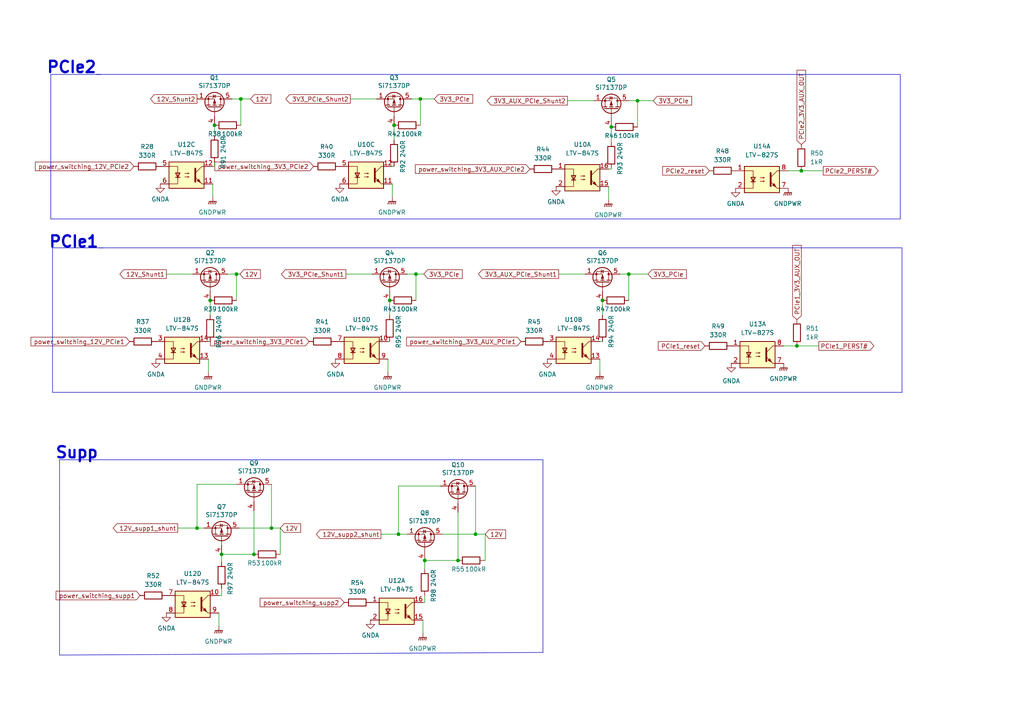
<source format=kicad_sch>
(kicad_sch (version 20230121) (generator eeschema)
  (paper "A4")
  (title_block (title "Power Switching Circuit"))
  (lib_symbols
    (symbol "Device:R" (pin_numbers hide) (pin_names (offset 0))
      (property "Reference" "R" (at 2.032 0 90))
      (property "Value" "R" (at 0 0 90))
      (symbol "R_0_1"
        (rectangle (start -1.016 -2.54) (end 1.016 2.54) (stroke (width 0.254)))
      )
      (symbol "R_1_1"
        (pin passive line (at 0 3.81 270) (length 1.27) (name "~") (number "1"))
        (pin passive line (at 0 -3.81 90) (length 1.27) (name "~") (number "2"))
      )
    )
    (symbol "Isolator:LTV-827S" (pin_names (offset 1.016))
      (property "Reference" "U" (at -3.81 5.08 0))
      (property "Value" "LTV-827S" (at 0 -5.08 0))
      (symbol "LTV-827S_0_1"
        (rectangle (start -5.08 3.81) (end 5.08 -3.81) (stroke (width 0.254)) (fill (type background)))
        (polyline (pts (xy -3.175 -0.635) (xy -1.905 -0.635)) (stroke (width 0.254)))
        (polyline (pts (xy 2.54 0.635) (xy 4.445 2.54)))
        (polyline (pts (xy 4.445 -2.54) (xy 2.54 -0.635)) (fill (type outline)))
        (polyline (pts (xy 4.445 -2.54) (xy 5.08 -2.54)))
        (polyline (pts (xy 4.445 2.54) (xy 5.08 2.54)))
        (polyline (pts (xy -2.54 -0.635) (xy -2.54 -2.54) (xy -5.08 -2.54)))
        (polyline (pts (xy 2.54 1.905) (xy 2.54 -1.905) (xy 2.54 -1.905)) (stroke (width 0.508)))
        (polyline (pts (xy -5.08 2.54) (xy -2.54 2.54) (xy -2.54 -1.27) (xy -2.54 0.635)))
        (polyline (pts (xy -2.54 -0.635) (xy -3.175 0.635) (xy -1.905 0.635) (xy -2.54 -0.635)) (stroke (width 0.254)))
        (polyline (pts (xy -0.508 -0.508) (xy 0.762 -0.508) (xy 0.381 -0.635) (xy 0.381 -0.381) (xy 0.762 -0.508)))
        (polyline (pts (xy -0.508 0.508) (xy 0.762 0.508) (xy 0.381 0.381) (xy 0.381 0.635) (xy 0.762 0.508)))
        (polyline (pts (xy 3.048 -1.651) (xy 3.556 -1.143) (xy 4.064 -2.159) (xy 3.048 -1.651) (xy 3.048 -1.651)) (fill (type outline)))
      )
      (symbol "LTV-827S_1_1"
        (pin passive line (at -7.62 2.54 0) (length 2.54) (name "~") (number "1"))
        (pin passive line (at -7.62 -2.54 0) (length 2.54) (name "~") (number "2"))
        (pin passive line (at 7.62 -2.54 180) (length 2.54) (name "~") (number "7"))
        (pin passive line (at 7.62 2.54 180) (length 2.54) (name "~") (number "8"))
      )
      (symbol "LTV-827S_2_1"
        (pin passive line (at -7.62 2.54 0) (length 2.54) (name "~") (number "3"))
        (pin passive line (at -7.62 -2.54 0) (length 2.54) (name "~") (number "4"))
        (pin passive line (at 7.62 -2.54 180) (length 2.54) (name "~") (number "5"))
        (pin passive line (at 7.62 2.54 180) (length 2.54) (name "~") (number "6"))
      )
    )
    (symbol "Isolator:LTV-847S" (pin_names (offset 1.016))
      (property "Reference" "U" (at -3.81 5.08 0))
      (property "Value" "LTV-847S" (at 0 -5.08 0))
      (symbol "LTV-847S_0_1"
        (rectangle (start -5.08 3.81) (end 5.08 -3.81) (stroke (width 0.254)) (fill (type background)))
        (polyline (pts (xy -3.175 -0.635) (xy -1.905 -0.635)) (stroke (width 0.254)))
        (polyline (pts (xy 2.54 0.635) (xy 4.445 2.54)))
        (polyline (pts (xy 4.445 -2.54) (xy 2.54 -0.635)) (fill (type outline)))
        (polyline (pts (xy 4.445 -2.54) (xy 5.08 -2.54)))
        (polyline (pts (xy 4.445 2.54) (xy 5.08 2.54)))
        (polyline (pts (xy -2.54 -0.635) (xy -2.54 -2.54) (xy -5.08 -2.54)))
        (polyline (pts (xy 2.54 1.905) (xy 2.54 -1.905) (xy 2.54 -1.905)) (stroke (width 0.508)))
        (polyline (pts (xy -5.08 2.54) (xy -2.54 2.54) (xy -2.54 -1.27) (xy -2.54 0.635)))
        (polyline (pts (xy -2.54 -0.635) (xy -3.175 0.635) (xy -1.905 0.635) (xy -2.54 -0.635)) (stroke (width 0.254)))
        (polyline (pts (xy -0.508 -0.508) (xy 0.762 -0.508) (xy 0.381 -0.635) (xy 0.381 -0.381) (xy 0.762 -0.508)))
        (polyline (pts (xy -0.508 0.508) (xy 0.762 0.508) (xy 0.381 0.381) (xy 0.381 0.635) (xy 0.762 0.508)))
        (polyline (pts (xy 3.048 -1.651) (xy 3.556 -1.143) (xy 4.064 -2.159) (xy 3.048 -1.651) (xy 3.048 -1.651)) (fill (type outline)))
      )
      (symbol "LTV-847S_1_1"
        (pin passive line (at -7.62 2.54 0) (length 2.54) (name "~") (number "1"))
        (pin passive line (at 7.62 -2.54 180) (length 2.54) (name "~") (number "15"))
        (pin passive line (at 7.62 2.54 180) (length 2.54) (name "~") (number "16"))
        (pin passive line (at -7.62 -2.54 0) (length 2.54) (name "~") (number "2"))
      )
      (symbol "LTV-847S_2_1"
        (pin passive line (at 7.62 -2.54 180) (length 2.54) (name "~") (number "13"))
        (pin passive line (at 7.62 2.54 180) (length 2.54) (name "~") (number "14"))
        (pin passive line (at -7.62 2.54 0) (length 2.54) (name "~") (number "3"))
        (pin passive line (at -7.62 -2.54 0) (length 2.54) (name "~") (number "4"))
      )
      (symbol "LTV-847S_3_1"
        (pin passive line (at 7.62 -2.54 180) (length 2.54) (name "~") (number "11"))
        (pin passive line (at 7.62 2.54 180) (length 2.54) (name "~") (number "12"))
        (pin passive line (at -7.62 2.54 0) (length 2.54) (name "~") (number "5"))
        (pin passive line (at -7.62 -2.54 0) (length 2.54) (name "~") (number "6"))
      )
      (symbol "LTV-847S_4_1"
        (pin passive line (at 7.62 2.54 180) (length 2.54) (name "~") (number "10"))
        (pin passive line (at -7.62 2.54 0) (length 2.54) (name "~") (number "7"))
        (pin passive line (at -7.62 -2.54 0) (length 2.54) (name "~") (number "8"))
        (pin passive line (at 7.62 -2.54 180) (length 2.54) (name "~") (number "9"))
      )
    )
    (symbol "Transistor_FET:Si7141DP" (pin_names hide)
      (property "Reference" "Q" (at 5.08 1.905 0))
      (property "Value" "Si7141DP" (at 5.08 0 0))
      (symbol "Si7141DP_0_1"
        (polyline (pts (xy 0.254 0) (xy -2.54 0)))
        (polyline (pts (xy 0.254 1.905) (xy 0.254 -1.905)) (stroke (width 0.254)))
        (polyline (pts (xy 0.762 -1.27) (xy 0.762 -2.286)) (stroke (width 0.254)))
        (polyline (pts (xy 0.762 0.508) (xy 0.762 -0.508)) (stroke (width 0.254)))
        (polyline (pts (xy 0.762 2.286) (xy 0.762 1.27)) (stroke (width 0.254)))
        (polyline (pts (xy 2.54 2.54) (xy 2.54 1.778)))
        (polyline (pts (xy 2.54 -2.54) (xy 2.54 0) (xy 0.762 0)))
        (polyline (pts (xy 0.762 1.778) (xy 3.302 1.778) (xy 3.302 -1.778) (xy 0.762 -1.778)))
        (polyline (pts (xy 2.286 0) (xy 1.27 0.381) (xy 1.27 -0.381) (xy 2.286 0)) (fill (type outline)))
        (polyline (pts (xy 2.794 -0.508) (xy 2.921 -0.381) (xy 3.683 -0.381) (xy 3.81 -0.254)))
        (polyline (pts (xy 3.302 -0.381) (xy 2.921 0.254) (xy 3.683 0.254) (xy 3.302 -0.381)))
        (circle (center 1.651 0) (radius 2.794) (stroke (width 0.254)))
        (circle (center 2.54 -1.778) (radius 0.254) (fill (type outline)))
        (circle (center 2.54 1.778) (radius 0.254) (fill (type outline)))
      )
      (symbol "Si7141DP_1_1"
        (pin passive line (at 2.54 -5.08 90) (length 2.54) (name "S") (number "1"))
        (pin passive line (at 2.54 -5.08 90) (length 2.54) hide (name "S") (number "2"))
        (pin passive line (at 2.54 -5.08 90) (length 2.54) hide (name "S") (number "3"))
        (pin input line (at -5.08 0 0) (length 2.54) (name "G") (number "4"))
        (pin passive line (at 2.54 5.08 270) (length 2.54) (name "D") (number "5"))
      )
    )
    (symbol "power:GNDA" (power) (pin_names (offset 0))
      (property "Value" "GNDA" (at 0 -3.81 0))
      (symbol "GNDA_0_1"
        (polyline (pts (xy 0 0) (xy 0 -1.27) (xy 1.27 -1.27) (xy 0 -2.54) (xy -1.27 -1.27) (xy 0 -1.27)))
      )
      (symbol "GNDA_1_1"
        (pin power_in line (at 0 0 270) (length 0) hide (name "GNDA") (number "1"))
      )
    )
    (symbol "power:GNDPWR" (power) (pin_names (offset 0))
      (property "Value" "GNDPWR" (at 0 -3.302 0))
      (symbol "GNDPWR_0_1"
        (polyline (pts (xy 0 -1.27) (xy 0 0)))
        (polyline (pts (xy -1.016 -1.27) (xy -1.27 -2.032) (xy -1.27 -2.032)) (stroke (width 0.2032)))
        (polyline (pts (xy -0.508 -1.27) (xy -0.762 -2.032) (xy -0.762 -2.032)) (stroke (width 0.2032)))
        (polyline (pts (xy 0 -1.27) (xy -0.254 -2.032) (xy -0.254 -2.032)) (stroke (width 0.2032)))
        (polyline (pts (xy 0.508 -1.27) (xy 0.254 -2.032) (xy 0.254 -2.032)) (stroke (width 0.2032)))
        (polyline (pts (xy 1.016 -1.27) (xy -1.016 -1.27) (xy -1.016 -1.27)) (stroke (width 0.2032)))
        (polyline (pts (xy 1.016 -1.27) (xy 0.762 -2.032) (xy 0.762 -2.032) (xy 0.762 -2.032)) (stroke (width 0.2032)))
      )
      (symbol "GNDPWR_1_1"
        (pin power_in line (at 0 0 270) (length 0) hide (name "GNDPWR") (number "1"))
      )
    )
  )
  (junction (at 132.842 162.56))
  (junction (at 177.292 36.83))
  (junction (at 231.14 100.33))
  (junction (at 121.92 28.702))
  (junction (at 62.23 36.322))
  (junction (at 137.922 154.94))
  (junction (at 174.752 87.122))
  (junction (at 120.65 79.502))
  (junction (at 78.74 153.162))
  (junction (at 232.41 49.53))
  (junction (at 73.66 160.782))
  (junction (at 113.03 87.122))
  (junction (at 68.58 79.502))
  (junction (at 184.912 29.21))
  (junction (at 69.85 28.702))
  (junction (at 114.3 36.322))
  (junction (at 182.372 79.502))
  (junction (at 60.96 87.122))
  (junction (at 64.262 160.782))
  (junction (at 57.15 153.162))
  (junction (at 115.57 154.94))
  (junction (at 123.19 162.56))
  (wire (pts (xy 48.26 79.502) (xy 55.88 79.502)))
  (wire (pts (xy 177.292 49.022) (xy 176.53 49.022)))
  (polyline (pts (xy 17.272 189.992) (xy 17.272 147.32)))
  (polyline (pts (xy 14.732 21.59) (xy 29.21 21.59)))
  (wire (pts (xy 162.052 79.502) (xy 169.672 79.502)))
  (wire (pts (xy 182.372 87.122) (xy 182.372 79.502)))
  (polyline (pts (xy 261.112 21.59) (xy 261.112 63.5)))
  (polyline (pts (xy 17.272 147.32) (xy 17.272 133.35)))
  (wire (pts (xy 62.23 36.322) (xy 62.23 39.37)))
  (wire (pts (xy 51.562 153.162) (xy 57.15 153.162)))
  (wire (pts (xy 100.33 79.502) (xy 107.95 79.502)))
  (wire (pts (xy 115.57 154.94) (xy 118.11 154.94)))
  (wire (pts (xy 69.85 28.702) (xy 72.644 28.702)))
  (wire (pts (xy 62.23 46.99) (xy 62.23 48.26)))
  (wire (pts (xy 57.15 153.162) (xy 59.182 153.162)))
  (wire (pts (xy 112.522 99.06) (xy 113.03 99.06)))
  (wire (pts (xy 123.19 162.56) (xy 132.842 162.56)))
  (wire (pts (xy 78.74 153.162) (xy 81.28 153.162)))
  (wire (pts (xy 66.04 79.502) (xy 68.58 79.502)))
  (wire (pts (xy 132.842 148.59) (xy 132.842 162.56)))
  (wire (pts (xy 81.28 160.782) (xy 81.28 153.162)))
  (wire (pts (xy 57.15 153.162) (xy 57.15 140.462)))
  (wire (pts (xy 68.58 87.122) (xy 68.58 79.502)))
  (wire (pts (xy 123.19 172.72) (xy 123.19 174.752)))
  (wire (pts (xy 112.522 104.14) (xy 112.522 107.95)))
  (wire (pts (xy 67.31 28.702) (xy 69.85 28.702)))
  (wire (pts (xy 122.682 179.832) (xy 122.682 183.642)))
  (wire (pts (xy 121.92 28.702) (xy 125.984 28.702)))
  (wire (pts (xy 232.41 49.53) (xy 238.76 49.53)))
  (polyline (pts (xy 157.48 133.35) (xy 157.48 189.23)))
  (wire (pts (xy 60.96 87.122) (xy 60.96 91.44)))
  (wire (pts (xy 137.922 154.94) (xy 140.716 154.94)))
  (wire (pts (xy 173.99 104.14) (xy 173.99 107.95)))
  (wire (pts (xy 64.262 170.6459) (xy 64.262 172.72)))
  (wire (pts (xy 177.292 48.8267) (xy 177.292 49.022)))
  (wire (pts (xy 182.372 79.502) (xy 187.96 79.502)))
  (polyline (pts (xy 157.48 189.23) (xy 17.272 189.992)))
  (wire (pts (xy 110.49 154.94) (xy 115.57 154.94)))
  (wire (pts (xy 115.57 154.94) (xy 115.57 140.97)))
  (wire (pts (xy 57.15 140.462) (xy 68.58 140.462)))
  (wire (pts (xy 231.14 100.33) (xy 237.49 100.33)))
  (wire (pts (xy 60.452 104.14) (xy 60.452 107.95)))
  (polyline (pts (xy 261.112 63.5) (xy 14.732 63.5)))
  (wire (pts (xy 137.922 154.94) (xy 137.922 140.97)))
  (wire (pts (xy 140.716 162.56) (xy 140.716 154.94)))
  (wire (pts (xy 78.74 140.462) (xy 78.74 153.162)))
  (wire (pts (xy 182.372 29.21) (xy 184.912 29.21)))
  (wire (pts (xy 115.57 140.97) (xy 127.762 140.97)))
  (wire (pts (xy 69.342 153.162) (xy 78.74 153.162)))
  (polyline (pts (xy 15.24 71.882) (xy 29.972 71.882)))
  (wire (pts (xy 114.3 36.322) (xy 114.3 40.64)))
  (polyline (pts (xy 14.732 63.5) (xy 14.732 21.59)))
  (polyline (pts (xy 261.62 113.792) (xy 15.24 113.792)))
  (wire (pts (xy 123.19 162.56) (xy 123.19 165.1)))
  (wire (pts (xy 120.65 79.502) (xy 122.936 79.502)))
  (wire (pts (xy 128.27 154.94) (xy 137.922 154.94)))
  (wire (pts (xy 121.92 36.322) (xy 121.92 28.702)))
  (wire (pts (xy 118.11 79.502) (xy 120.65 79.502)))
  (wire (pts (xy 64.262 160.782) (xy 64.262 163.0259)))
  (wire (pts (xy 62.23 48.26) (xy 61.722 48.26)))
  (wire (pts (xy 232.41 49.53) (xy 228.6 49.53)))
  (wire (pts (xy 174.752 99.0149) (xy 174.752 99.06)))
  (wire (pts (xy 63.5 177.8) (xy 63.5 181.61)))
  (wire (pts (xy 113.792 53.34) (xy 113.792 57.15)))
  (wire (pts (xy 140.462 162.56) (xy 140.716 162.56)))
  (wire (pts (xy 174.752 99.06) (xy 173.99 99.06)))
  (wire (pts (xy 176.53 54.102) (xy 176.53 57.912)))
  (wire (pts (xy 61.722 53.34) (xy 61.722 57.15)))
  (wire (pts (xy 177.292 36.83) (xy 177.292 41.2067)))
  (wire (pts (xy 184.912 36.83) (xy 184.912 29.21)))
  (wire (pts (xy 68.58 79.502) (xy 69.596 79.502)))
  (wire (pts (xy 113.03 87.122) (xy 113.03 91.44)))
  (polyline (pts (xy 28.702 71.882) (xy 261.62 71.882)))
  (polyline (pts (xy 27.94 21.59) (xy 261.112 21.59)))
  (wire (pts (xy 64.262 160.782) (xy 73.66 160.782)))
  (wire (pts (xy 119.38 28.702) (xy 121.92 28.702)))
  (wire (pts (xy 164.592 29.21) (xy 172.212 29.21)))
  (wire (pts (xy 73.66 148.082) (xy 73.66 160.782)))
  (wire (pts (xy 174.752 87.122) (xy 174.752 91.3949)))
  (polyline (pts (xy 19.812 133.35) (xy 157.48 133.35)))
  (wire (pts (xy 120.65 87.122) (xy 120.65 79.502)))
  (wire (pts (xy 64.262 172.72) (xy 63.5 172.72)))
  (wire (pts (xy 101.6 28.702) (xy 109.22 28.702)))
  (wire (pts (xy 231.14 100.33) (xy 227.33 100.33)))
  (wire (pts (xy 123.19 174.752) (xy 122.682 174.752)))
  (polyline (pts (xy 15.24 113.792) (xy 15.24 71.882)))
  (wire (pts (xy 69.85 28.702) (xy 69.85 36.322)))
  (wire (pts (xy 114.3 48.26) (xy 113.792 48.26)))
  (wire (pts (xy 60.96 99.06) (xy 60.452 99.06)))
  (wire (pts (xy 179.832 79.502) (xy 182.372 79.502)))
  (polyline (pts (xy 261.62 71.882) (xy 261.62 113.792)))
  (wire (pts (xy 184.912 29.21) (xy 189.484 29.21)))
  (polyline (pts (xy 17.272 133.35) (xy 19.812 133.35)))
  (text "PCIe1\n\n" (at 13.97 77.47 0) (effects (font (size 3.27 3.27) bold) (justify left bottom)))
  (text "PCIe2\n" (at 13.335 21.59 0) (effects (font (size 3.27 3.27) bold) (justify left bottom)))
  (text "Supp\n" (at 15.875 133.35 0) (effects (font (size 3.27 3.27) bold) (justify left bottom)))
  (global_label "PCIe2_3V3_AUX_OUT" (shape input) (at 232.41 41.91 90) (property "Intersheetrefs" "${INTERSHEET_REFS}" (effects hide)))
  (global_label "PCIe1_PERST#" (shape output) (at 237.49 100.33 0) (property "Intersheetrefs" "${INTERSHEET_REFS}" (effects hide)))
  (global_label "3V3_PCIe" (shape input) (at 122.936 79.502 0) (property "Intersheetrefs" "${INTERSHEET_REFS}" (effects hide)))
  (global_label "12V_supp2_shunt" (shape output) (at 110.49 154.94 180) (property "Intersheetrefs" "${INTERSHEET_REFS}" (effects hide)))
  (global_label "PCIe1_3V3_AUX_OUT" (shape input) (at 231.14 92.71 90) (property "Intersheetrefs" "${INTERSHEET_REFS}" (effects hide)))
  (global_label "power_switching_supp2" (shape input) (at 99.822 174.752 180) (property "Intersheetrefs" "${INTERSHEET_REFS}" (effects hide)))
  (global_label "power_switching_3V3_PCIe2" (shape input) (at 90.932 48.26 180) (property "Intersheetrefs" "${INTERSHEET_REFS}" (effects hide)))
  (global_label "PCIe2_reset" (shape input) (at 205.74 49.53 180) (property "Intersheetrefs" "${INTERSHEET_REFS}" (effects hide)))
  (global_label "power_switching_12V_PCIe1" (shape input) (at 37.592 99.06 180) (property "Intersheetrefs" "${INTERSHEET_REFS}" (effects hide)))
  (global_label "power_switching_12V_PCIe2" (shape input) (at 38.862 48.26 180) (property "Intersheetrefs" "${INTERSHEET_REFS}" (effects hide)))
  (global_label "power_switching_3V3_PCIe1" (shape input) (at 89.662 99.06 180) (property "Intersheetrefs" "${INTERSHEET_REFS}" (effects hide)))
  (global_label "power_switching_3V3_AUX_PCIe1" (shape input) (at 151.13 99.06 180) (property "Intersheetrefs" "${INTERSHEET_REFS}" (effects hide)))
  (global_label "12V" (shape input) (at 72.644 28.702 0) (property "Intersheetrefs" "${INTERSHEET_REFS}" (effects hide)))
  (global_label "12V_Shunt1" (shape output) (at 48.26 79.502 180) (property "Intersheetrefs" "${INTERSHEET_REFS}" (effects hide)))
  (global_label "3V3_PCIe_Shunt1" (shape output) (at 100.33 79.502 180) (property "Intersheetrefs" "${INTERSHEET_REFS}" (effects hide)))
  (global_label "power_switching_3V3_AUX_PCIe2" (shape input) (at 153.67 49.022 180) (property "Intersheetrefs" "${INTERSHEET_REFS}" (effects hide)))
  (global_label "12V" (shape input) (at 69.596 79.502 0) (property "Intersheetrefs" "${INTERSHEET_REFS}" (effects hide)))
  (global_label "PCIe1_reset" (shape input) (at 204.47 100.33 180) (property "Intersheetrefs" "${INTERSHEET_REFS}" (effects hide)))
  (global_label "3V3_PCIe" (shape input) (at 187.96 79.502 0) (property "Intersheetrefs" "${INTERSHEET_REFS}" (effects hide)))
  (global_label "12V" (shape input) (at 81.28 153.162 0) (property "Intersheetrefs" "${INTERSHEET_REFS}" (effects hide)))
  (global_label "3V3_PCIe_Shunt2" (shape output) (at 101.6 28.702 180) (property "Intersheetrefs" "${INTERSHEET_REFS}" (effects hide)))
  (global_label "PCIe2_PERST#" (shape output) (at 238.76 49.53 0) (property "Intersheetrefs" "${INTERSHEET_REFS}" (effects hide)))
  (global_label "3V3_AUX_PCIe_Shunt1" (shape output) (at 162.052 79.502 180) (property "Intersheetrefs" "${INTERSHEET_REFS}" (effects hide)))
  (global_label "3V3_AUX_PCIe_Shunt2" (shape output) (at 164.592 29.21 180) (property "Intersheetrefs" "${INTERSHEET_REFS}" (effects hide)))
  (global_label "3V3_PCIe" (shape input) (at 189.484 29.21 0) (property "Intersheetrefs" "${INTERSHEET_REFS}" (effects hide)))
  (global_label "12V_Shunt2" (shape output) (at 57.15 28.702 180) (property "Intersheetrefs" "${INTERSHEET_REFS}" (effects hide)))
  (global_label "12V" (shape input) (at 140.716 154.94 0) (property "Intersheetrefs" "${INTERSHEET_REFS}" (effects hide)))
  (global_label "power_switching_supp1" (shape input) (at 40.64 172.72 180) (property "Intersheetrefs" "${INTERSHEET_REFS}" (effects hide)))
  (global_label "12V_supp1_shunt" (shape output) (at 51.562 153.162 180) (property "Intersheetrefs" "${INTERSHEET_REFS}" (effects hide)))
  (global_label "3V3_PCIe" (shape input) (at 125.984 28.702 0) (property "Intersheetrefs" "${INTERSHEET_REFS}" (effects hide)))
  (symbol (lib_id "Isolator:LTV-847S") (at 52.832 101.6 0) (unit 2)
    (property "Reference" "U12" (at 52.832 92.71 0))
    (property "Value" "LTV-847S" (at 52.832 95.25 0))
    (property "Footprint" "Package_DIP:SMDIP-16_W9.53mm" (effects hide))
    (property "Datasheet" "http://www.us.liteon.com/downloads/LTV-817-827-847.PDF" (effects hide))
  )
  (symbol (lib_id "Transistor_FET:Si7141DP") (at 132.842 143.51 270) (mirror x) (unit 1)
    (property "Reference" "Q10" (at 132.842 134.8232 90))
    (property "Value" "Si7137DP" (at 132.842 137.1346 90))
    (property "Footprint" "Package_SO:PowerPAK_SO-8_Single" (effects hide))
    (property "Datasheet" "https://www.vishay.com/docs/65596/si7141dp.pdf" (effects hide))
  )
  (symbol (lib_id "Device:R") (at 178.562 87.122 270) (unit 1)
    (property "Reference" "R47" (at 174.752 89.662 90))
    (property "Value" "100kR" (at 179.832 89.662 90))
    (property "Footprint" "Resistor_SMD:R_0402_1005Metric" (effects hide))
  )
  (symbol (lib_id "Device:R") (at 77.47 160.782 270) (unit 1)
    (property "Reference" "R53" (at 73.66 163.322 90))
    (property "Value" "100kR" (at 78.74 163.322 90))
    (property "Footprint" "Resistor_SMD:R_0402_1005Metric" (effects hide))
  )
  (symbol (lib_id "Transistor_FET:Si7141DP") (at 73.66 143.002 270) (mirror x) (unit 1)
    (property "Reference" "Q9" (at 73.66 134.3152 90))
    (property "Value" "Si7137DP" (at 73.66 136.6266 90))
    (property "Footprint" "Package_SO:PowerPAK_SO-8_Single" (effects hide))
    (property "Datasheet" "https://www.vishay.com/docs/65596/si7141dp.pdf" (effects hide))
  )
  (symbol (lib_id "Device:R") (at 208.28 100.33 90) (unit 1)
    (property "Reference" "R49" (at 208.28 94.615 90))
    (property "Value" "330R" (at 208.28 97.155 90))
    (property "Footprint" "Resistor_SMD:R_0402_1005Metric" (effects hide))
  )
  (symbol (lib_id "power:GNDA") (at 45.212 104.14 0) (unit 1)
    (property "Reference" "#PWR0220" (effects hide))
    (property "Value" "GNDA" (at 45.212 108.585 0))
  )
  (symbol (lib_id "Isolator:LTV-847S") (at 54.102 50.8 0) (unit 3)
    (property "Reference" "U12" (at 54.102 41.91 0))
    (property "Value" "LTV-847S" (at 54.102 44.45 0))
    (property "Footprint" "Package_DIP:SMDIP-16_W9.53mm" (effects hide))
    (property "Datasheet" "http://www.us.liteon.com/downloads/LTV-817-827-847.PDF" (effects hide))
  )
  (symbol (lib_id "Transistor_FET:Si7141DP") (at 64.262 155.702 270) (mirror x) (unit 1)
    (property "Reference" "Q7" (at 64.262 147.0152 90))
    (property "Value" "Si7137DP" (at 64.262 149.3266 90))
    (property "Footprint" "Package_SO:PowerPAK_SO-8_Single" (effects hide))
    (property "Datasheet" "https://www.vishay.com/docs/65596/si7141dp.pdf" (effects hide))
  )
  (symbol (lib_id "power:GNDPWR") (at 227.33 105.41 0) (unit 1)
    (property "Reference" "#PWR0214" (effects hide))
    (property "Value" "GNDPWR" (at 227.203 109.855 0))
  )
  (symbol (lib_id "Device:R") (at 181.102 36.83 270) (unit 1)
    (property "Reference" "R46" (at 177.292 39.37 90))
    (property "Value" "100kR" (at 182.372 39.37 90))
    (property "Footprint" "Resistor_SMD:R_0402_1005Metric" (effects hide))
  )
  (symbol (lib_id "power:GNDPWR") (at 173.99 107.95 0) (unit 1)
    (property "Reference" "#PWR0210" (effects hide))
    (property "Value" "GNDPWR" (at 173.863 112.395 0))
  )
  (symbol (lib_id "power:GNDPWR") (at 112.522 107.95 0) (unit 1)
    (property "Reference" "#PWR0218" (effects hide))
    (property "Value" "GNDPWR" (at 112.395 112.395 0))
  )
  (symbol (lib_id "Device:R") (at 114.3 44.45 0) (unit 1)
    (property "Reference" "R92" (at 116.84 48.26 90))
    (property "Value" "240R" (at 116.84 43.18 90))
    (property "Footprint" "Resistor_SMD:R_0402_1005Metric" (effects hide))
  )
  (symbol (lib_id "Device:R") (at 231.14 96.52 0) (unit 1)
    (property "Reference" "R51" (at 233.68 95.2499 0) (effects (justify left)))
    (property "Value" "1kR" (at 233.68 97.7899 0) (effects (justify left)))
    (property "Footprint" "Resistor_SMD:R_0402_1005Metric" (effects hide))
  )
  (symbol (lib_id "Device:R") (at 44.45 172.72 90) (unit 1)
    (property "Reference" "R52" (at 44.45 167.005 90))
    (property "Value" "330R" (at 44.45 169.545 90))
    (property "Footprint" "Resistor_SMD:R_0402_1005Metric" (effects hide))
  )
  (symbol (lib_id "Isolator:LTV-847S") (at 166.37 101.6 0) (unit 2)
    (property "Reference" "U10" (at 166.37 92.71 0))
    (property "Value" "LTV-847S" (at 166.37 95.25 0))
    (property "Footprint" "Package_DIP:SMDIP-16_W9.53mm" (effects hide))
    (property "Datasheet" "http://www.us.liteon.com/downloads/LTV-817-827-847.PDF" (effects hide))
  )
  (symbol (lib_id "power:GNDA") (at 46.482 53.34 0) (unit 1)
    (property "Reference" "#PWR0222" (effects hide))
    (property "Value" "GNDA" (at 46.482 57.785 0))
  )
  (symbol (lib_id "power:GNDA") (at 98.552 53.34 0) (unit 1)
    (property "Reference" "#PWR0216" (effects hide))
    (property "Value" "GNDA" (at 98.552 57.785 0))
  )
  (symbol (lib_id "Device:R") (at 41.402 99.06 90) (unit 1)
    (property "Reference" "R37" (at 41.402 93.345 90))
    (property "Value" "330R" (at 41.402 95.885 90))
    (property "Footprint" "Resistor_SMD:R_0402_1005Metric" (effects hide))
  )
  (symbol (lib_id "Device:R") (at 93.472 99.06 90) (unit 1)
    (property "Reference" "R41" (at 93.472 93.345 90))
    (property "Value" "330R" (at 93.472 95.885 90))
    (property "Footprint" "Resistor_SMD:R_0402_1005Metric" (effects hide))
  )
  (symbol (lib_id "Transistor_FET:Si7141DP") (at 177.292 31.75 270) (mirror x) (unit 1)
    (property "Reference" "Q5" (at 177.292 23.0632 90))
    (property "Value" "Si7137DP" (at 177.292 25.3746 90))
    (property "Footprint" "Package_SO:PowerPAK_SO-8_Single" (effects hide))
    (property "Datasheet" "https://www.vishay.com/docs/65596/si7141dp.pdf" (effects hide))
  )
  (symbol (lib_id "Transistor_FET:Si7141DP") (at 174.752 82.042 270) (mirror x) (unit 1)
    (property "Reference" "Q6" (at 174.752 73.3552 90))
    (property "Value" "Si7137DP" (at 174.752 75.6666 90))
    (property "Footprint" "Package_SO:PowerPAK_SO-8_Single" (effects hide))
    (property "Datasheet" "https://www.vishay.com/docs/65596/si7141dp.pdf" (effects hide))
  )
  (symbol (lib_id "Device:R") (at 66.04 36.322 270) (unit 1)
    (property "Reference" "R38" (at 62.23 38.862 90))
    (property "Value" "100kR" (at 67.31 38.862 90))
    (property "Footprint" "Resistor_SMD:R_0402_1005Metric" (effects hide))
  )
  (symbol (lib_id "Device:R") (at 118.11 36.322 270) (unit 1)
    (property "Reference" "R42" (at 114.3 38.862 90))
    (property "Value" "100kR" (at 119.38 38.862 90))
    (property "Footprint" "Resistor_SMD:R_0402_1005Metric" (effects hide))
  )
  (symbol (lib_id "Device:R") (at 62.23 43.18 0) (unit 1)
    (property "Reference" "R91" (at 64.77 46.99 90))
    (property "Value" "240R" (at 64.77 41.91 90))
    (property "Footprint" "Resistor_SMD:R_0402_1005Metric" (effects hide))
  )
  (symbol (lib_id "Transistor_FET:Si7141DP") (at 123.19 157.48 270) (mirror x) (unit 1)
    (property "Reference" "Q8" (at 123.19 148.7932 90))
    (property "Value" "Si7137DP" (at 123.19 151.1046 90))
    (property "Footprint" "Package_SO:PowerPAK_SO-8_Single" (effects hide))
    (property "Datasheet" "https://www.vishay.com/docs/65596/si7141dp.pdf" (effects hide))
  )
  (symbol (lib_id "power:GNDPWR") (at 122.682 183.642 0) (unit 1)
    (property "Reference" "#PWR0227" (effects hide))
    (property "Value" "GNDPWR" (at 122.555 188.087 0))
  )
  (symbol (lib_id "Device:R") (at 64.262 166.8359 0) (unit 1)
    (property "Reference" "R97" (at 66.802 170.6459 90))
    (property "Value" "240R" (at 66.802 165.5659 90))
    (property "Footprint" "Resistor_SMD:R_0402_1005Metric" (effects hide))
  )
  (symbol (lib_id "power:GNDA") (at 212.09 105.41 0) (mirror y) (unit 1)
    (property "Reference" "#PWR0215" (effects hide))
    (property "Value" "GNDA" (at 212.09 110.49 0))
  )
  (symbol (lib_id "Transistor_FET:Si7141DP") (at 62.23 31.242 270) (mirror x) (unit 1)
    (property "Reference" "Q1" (at 62.23 22.5552 90))
    (property "Value" "Si7137DP" (at 62.23 24.8666 90))
    (property "Footprint" "Package_SO:PowerPAK_SO-8_Single" (effects hide))
    (property "Datasheet" "https://www.vishay.com/docs/65596/si7141dp.pdf" (effects hide))
  )
  (symbol (lib_id "Transistor_FET:Si7141DP") (at 113.03 82.042 270) (mirror x) (unit 1)
    (property "Reference" "Q4" (at 113.03 73.3552 90))
    (property "Value" "Si7137DP" (at 113.03 75.6666 90))
    (property "Footprint" "Package_SO:PowerPAK_SO-8_Single" (effects hide))
    (property "Datasheet" "https://www.vishay.com/docs/65596/si7141dp.pdf" (effects hide))
  )
  (symbol (lib_id "Device:R") (at 174.752 95.2049 0) (unit 1)
    (property "Reference" "R94" (at 177.292 99.0149 90))
    (property "Value" "240R" (at 177.292 93.9349 90))
    (property "Footprint" "Resistor_SMD:R_0402_1005Metric" (effects hide))
  )
  (symbol (lib_id "Isolator:LTV-847S") (at 115.062 177.292 0) (unit 1)
    (property "Reference" "U12" (at 115.062 168.402 0))
    (property "Value" "LTV-847S" (at 115.062 170.942 0))
    (property "Footprint" "Package_DIP:SMDIP-16_W9.53mm" (effects hide))
    (property "Datasheet" "http://www.us.liteon.com/downloads/LTV-817-827-847.PDF" (effects hide))
  )
  (symbol (lib_id "power:GNDPWR") (at 176.53 57.912 0) (unit 1)
    (property "Reference" "#PWR0209" (effects hide))
    (property "Value" "GNDPWR" (at 176.403 62.357 0))
  )
  (symbol (lib_id "power:GNDA") (at 158.75 104.14 0) (unit 1)
    (property "Reference" "#PWR0211" (effects hide))
    (property "Value" "GNDA" (at 158.75 108.585 0))
  )
  (symbol (lib_id "Isolator:LTV-847S") (at 55.88 175.26 0) (unit 4)
    (property "Reference" "U12" (at 55.88 166.37 0))
    (property "Value" "LTV-847S" (at 55.88 168.91 0))
    (property "Footprint" "Package_DIP:SMDIP-16_W9.53mm" (effects hide))
    (property "Datasheet" "http://www.us.liteon.com/downloads/LTV-817-827-847.PDF" (effects hide))
  )
  (symbol (lib_id "Device:R") (at 64.77 87.122 270) (unit 1)
    (property "Reference" "R39" (at 60.96 89.662 90))
    (property "Value" "100kR" (at 66.04 89.662 90))
    (property "Footprint" "Resistor_SMD:R_0402_1005Metric" (effects hide))
  )
  (symbol (lib_id "Device:R") (at 103.632 174.752 90) (unit 1)
    (property "Reference" "R54" (at 103.632 169.037 90))
    (property "Value" "330R" (at 103.632 171.577 90))
    (property "Footprint" "Resistor_SMD:R_0402_1005Metric" (effects hide))
  )
  (symbol (lib_id "Device:R") (at 157.48 49.022 90) (unit 1)
    (property "Reference" "R44" (at 157.48 43.307 90))
    (property "Value" "330R" (at 157.48 45.847 90))
    (property "Footprint" "Resistor_SMD:R_0402_1005Metric" (effects hide))
  )
  (symbol (lib_id "power:GNDPWR") (at 228.6 54.61 0) (unit 1)
    (property "Reference" "#PWR0213" (effects hide))
    (property "Value" "GNDPWR" (at 228.473 59.055 0))
  )
  (symbol (lib_id "Isolator:LTV-847S") (at 106.172 50.8 0) (unit 3)
    (property "Reference" "U10" (at 106.172 41.91 0))
    (property "Value" "LTV-847S" (at 106.172 44.45 0))
    (property "Footprint" "Package_DIP:SMDIP-16_W9.53mm" (effects hide))
    (property "Datasheet" "http://www.us.liteon.com/downloads/LTV-817-827-847.PDF" (effects hide))
  )
  (symbol (lib_id "Device:R") (at 123.19 168.91 0) (unit 1)
    (property "Reference" "R98" (at 125.73 172.72 90))
    (property "Value" "240R" (at 125.73 167.64 90))
    (property "Footprint" "Resistor_SMD:R_0402_1005Metric" (effects hide))
  )
  (symbol (lib_id "Device:R") (at 94.742 48.26 90) (unit 1)
    (property "Reference" "R40" (at 94.742 42.545 90))
    (property "Value" "330R" (at 94.742 45.085 90))
    (property "Footprint" "Resistor_SMD:R_0402_1005Metric" (effects hide))
  )
  (symbol (lib_id "Device:R") (at 113.03 95.25 0) (unit 1)
    (property "Reference" "R95" (at 115.57 99.06 90))
    (property "Value" "240R" (at 115.57 93.98 90))
    (property "Footprint" "Resistor_SMD:R_0402_1005Metric" (effects hide))
  )
  (symbol (lib_id "Isolator:LTV-827S") (at 220.98 52.07 0) (unit 1)
    (property "Reference" "U14" (at 220.98 42.418 0))
    (property "Value" "LTV-827S" (at 220.98 44.958 0))
    (property "Footprint" "Package_DIP:SMDIP-8_W9.53mm" (effects hide))
    (property "Datasheet" "http://www.us.liteon.com/downloads/LTV-817-827-847.PDF" (effects hide))
  )
  (symbol (lib_id "Device:R") (at 60.96 95.25 0) (unit 1)
    (property "Reference" "R96" (at 63.5 99.06 90))
    (property "Value" "240R" (at 63.5 93.98 90))
    (property "Footprint" "Resistor_SMD:R_0402_1005Metric" (effects hide))
  )
  (symbol (lib_id "power:GNDPWR") (at 63.5 181.61 0) (unit 1)
    (property "Reference" "#PWR0225" (effects hide))
    (property "Value" "GNDPWR" (at 63.373 186.055 0))
  )
  (symbol (lib_id "power:GNDA") (at 48.26 177.8 0) (unit 1)
    (property "Reference" "#PWR0226" (effects hide))
    (property "Value" "GNDA" (at 48.26 182.245 0))
  )
  (symbol (lib_id "Isolator:LTV-827S") (at 219.71 102.87 0) (unit 1)
    (property "Reference" "U13" (at 219.71 93.98 0))
    (property "Value" "LTV-827S" (at 219.71 96.52 0))
    (property "Footprint" "Package_DIP:SMDIP-8_W9.53mm" (effects hide))
    (property "Datasheet" "http://www.us.liteon.com/downloads/LTV-817-827-847.PDF" (effects hide))
  )
  (symbol (lib_id "Device:R") (at 232.41 45.72 0) (unit 1)
    (property "Reference" "R50" (at 234.95 44.4499 0) (effects (justify left)))
    (property "Value" "1kR" (at 234.95 46.9899 0) (effects (justify left)))
    (property "Footprint" "Resistor_SMD:R_0402_1005Metric" (effects hide))
  )
  (symbol (lib_id "power:GNDA") (at 107.442 179.832 0) (unit 1)
    (property "Reference" "#PWR0224" (effects hide))
    (property "Value" "GNDA" (at 107.442 184.277 0))
  )
  (symbol (lib_id "power:GNDA") (at 97.282 104.14 0) (unit 1)
    (property "Reference" "#PWR0219" (effects hide))
    (property "Value" "GNDA" (at 97.282 108.585 0))
  )
  (symbol (lib_id "Device:R") (at 177.292 45.0167 0) (unit 1)
    (property "Reference" "R93" (at 179.832 48.8267 90))
    (property "Value" "240R" (at 179.832 43.7467 90))
    (property "Footprint" "Resistor_SMD:R_0402_1005Metric" (effects hide))
  )
  (symbol (lib_id "Isolator:LTV-847S") (at 168.91 51.562 0) (unit 1)
    (property "Reference" "U10" (at 168.91 41.91 0))
    (property "Value" "LTV-847S" (at 168.91 44.45 0))
    (property "Footprint" "Package_DIP:SMDIP-16_W9.53mm" (effects hide))
    (property "Datasheet" "http://www.us.liteon.com/downloads/LTV-817-827-847.PDF" (effects hide))
  )
  (symbol (lib_id "Device:R") (at 209.55 49.53 90) (unit 1)
    (property "Reference" "R48" (at 209.55 43.815 90))
    (property "Value" "330R" (at 209.55 46.355 90))
    (property "Footprint" "Resistor_SMD:R_0402_1005Metric" (effects hide))
  )
  (symbol (lib_id "power:GNDA") (at 161.29 54.102 0) (unit 1)
    (property "Reference" "#PWR0144" (effects hide))
    (property "Value" "GNDA" (at 161.29 58.547 0))
  )
  (symbol (lib_id "power:GNDPWR") (at 60.452 107.95 0) (unit 1)
    (property "Reference" "#PWR0221" (effects hide))
    (property "Value" "GNDPWR" (at 60.325 112.395 0))
  )
  (symbol (lib_id "Device:R") (at 154.94 99.06 90) (unit 1)
    (property "Reference" "R45" (at 154.94 93.345 90))
    (property "Value" "330R" (at 154.94 95.885 90))
    (property "Footprint" "Resistor_SMD:R_0402_1005Metric" (effects hide))
  )
  (symbol (lib_id "power:GNDA") (at 213.36 54.61 0) (unit 1)
    (property "Reference" "#PWR0212" (effects hide))
    (property "Value" "GNDA" (at 213.36 59.055 0))
  )
  (symbol (lib_id "Device:R") (at 42.672 48.26 90) (unit 1)
    (property "Reference" "R28" (at 42.672 42.545 90))
    (property "Value" "330R" (at 42.672 45.085 90))
    (property "Footprint" "Resistor_SMD:R_0402_1005Metric" (effects hide))
  )
  (symbol (lib_id "Transistor_FET:Si7141DP") (at 60.96 82.042 270) (mirror x) (unit 1)
    (property "Reference" "Q2" (at 60.96 73.3552 90))
    (property "Value" "Si7137DP" (at 60.96 75.6666 90))
    (property "Footprint" "Package_SO:PowerPAK_SO-8_Single" (effects hide))
    (property "Datasheet" "https://www.vishay.com/docs/65596/si7141dp.pdf" (effects hide))
  )
  (symbol (lib_id "Transistor_FET:Si7141DP") (at 114.3 31.242 270) (mirror x) (unit 1)
    (property "Reference" "Q3" (at 114.3 22.5552 90))
    (property "Value" "Si7137DP" (at 114.3 24.8666 90))
    (property "Footprint" "Package_SO:PowerPAK_SO-8_Single" (effects hide))
    (property "Datasheet" "https://www.vishay.com/docs/65596/si7141dp.pdf" (effects hide))
  )
  (symbol (lib_id "Isolator:LTV-847S") (at 104.902 101.6 0) (unit 4)
    (property "Reference" "U10" (at 104.902 92.71 0))
    (property "Value" "LTV-847S" (at 104.902 95.25 0))
    (property "Footprint" "Package_DIP:SMDIP-16_W9.53mm" (effects hide))
    (property "Datasheet" "http://www.us.liteon.com/downloads/LTV-817-827-847.PDF" (effects hide))
  )
  (symbol (lib_id "Device:R") (at 116.84 87.122 270) (unit 1)
    (property "Reference" "R43" (at 113.03 89.662 90))
    (property "Value" "100kR" (at 118.11 89.662 90))
    (property "Footprint" "Resistor_SMD:R_0402_1005Metric" (effects hide))
  )
  (symbol (lib_id "Device:R") (at 136.652 162.56 270) (unit 1)
    (property "Reference" "R55" (at 132.842 165.1 90))
    (property "Value" "100kR" (at 137.922 165.1 90))
    (property "Footprint" "Resistor_SMD:R_0402_1005Metric" (effects hide))
  )
  (symbol (lib_id "power:GNDPWR") (at 113.792 57.15 0) (unit 1)
    (property "Reference" "#PWR0217" (effects hide))
    (property "Value" "GNDPWR" (at 113.665 61.595 0))
  )
  (symbol (lib_id "power:GNDPWR") (at 61.722 57.15 0) (unit 1)
    (property "Reference" "#PWR0223" (effects hide))
    (property "Value" "GNDPWR" (at 61.595 61.595 0))
  )
)
</source>
